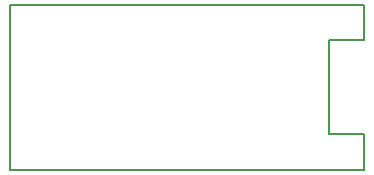
<source format=gm1>
G04 #@! TF.FileFunction,Profile,NP*
%FSLAX46Y46*%
G04 Gerber Fmt 4.6, Leading zero omitted, Abs format (unit mm)*
G04 Created by KiCad (PCBNEW 4.0.4-stable) date 11/24/16 00:35:13*
%MOMM*%
%LPD*%
G01*
G04 APERTURE LIST*
%ADD10C,0.100000*%
%ADD11C,0.150000*%
G04 APERTURE END LIST*
D10*
D11*
X130000000Y-111000000D02*
X130000000Y-114000000D01*
X127000000Y-111000000D02*
X130000000Y-111000000D01*
X127000000Y-103000000D02*
X127000000Y-111000000D01*
X130000000Y-103000000D02*
X127000000Y-103000000D01*
X130000000Y-100000000D02*
X130000000Y-103000000D01*
X100000000Y-100000000D02*
X130000000Y-100000000D01*
X100000000Y-114000000D02*
X130000000Y-114000000D01*
X100000000Y-100000000D02*
X100000000Y-114000000D01*
M02*

</source>
